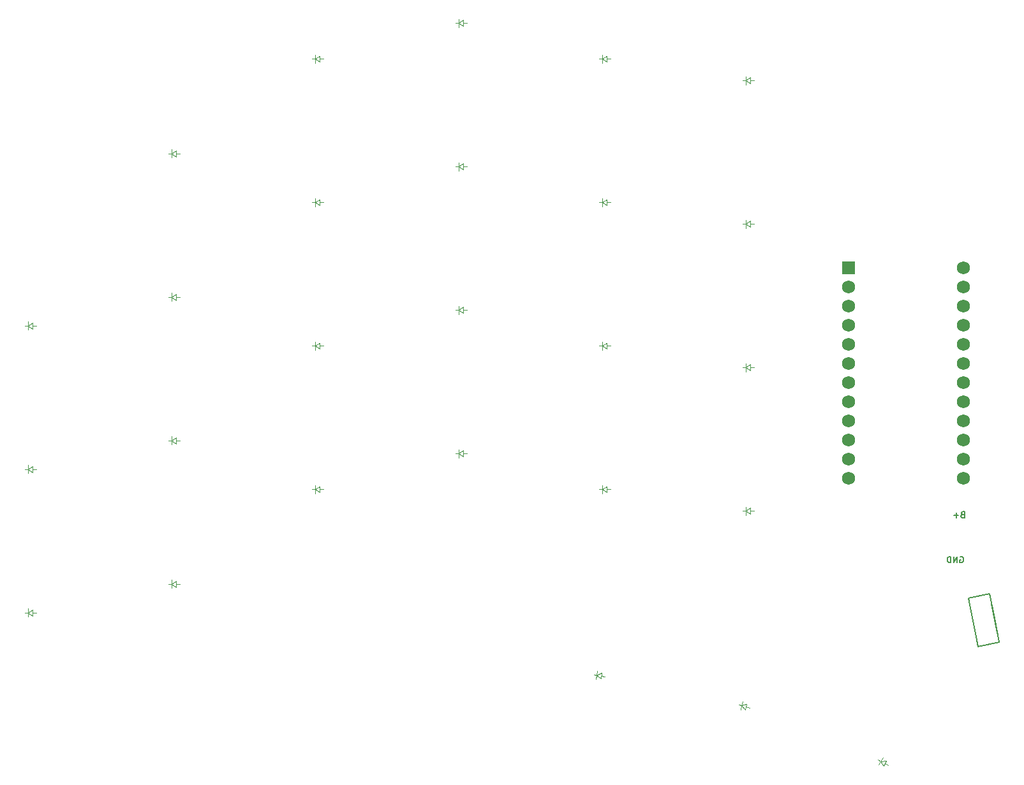
<source format=gbr>
%TF.GenerationSoftware,KiCad,Pcbnew,8.0.0*%
%TF.CreationDate,2024-03-07T20:20:43+01:00*%
%TF.ProjectId,splitty_boy_routed,73706c69-7474-4795-9f62-6f795f726f75,v1.0.0*%
%TF.SameCoordinates,Original*%
%TF.FileFunction,Legend,Bot*%
%TF.FilePolarity,Positive*%
%FSLAX46Y46*%
G04 Gerber Fmt 4.6, Leading zero omitted, Abs format (unit mm)*
G04 Created by KiCad (PCBNEW 8.0.0) date 2024-03-07 20:20:43*
%MOMM*%
%LPD*%
G01*
G04 APERTURE LIST*
%ADD10C,0.150000*%
%ADD11C,0.100000*%
%ADD12R,1.752600X1.752600*%
%ADD13C,1.752600*%
G04 APERTURE END LIST*
D10*
X272593042Y-155827445D02*
X272478756Y-155865540D01*
X272478756Y-155865540D02*
X272440661Y-155903636D01*
X272440661Y-155903636D02*
X272402565Y-155979826D01*
X272402565Y-155979826D02*
X272402565Y-156094112D01*
X272402565Y-156094112D02*
X272440661Y-156170302D01*
X272440661Y-156170302D02*
X272478756Y-156208398D01*
X272478756Y-156208398D02*
X272554946Y-156246493D01*
X272554946Y-156246493D02*
X272859708Y-156246493D01*
X272859708Y-156246493D02*
X272859708Y-155446493D01*
X272859708Y-155446493D02*
X272593042Y-155446493D01*
X272593042Y-155446493D02*
X272516851Y-155484588D01*
X272516851Y-155484588D02*
X272478756Y-155522683D01*
X272478756Y-155522683D02*
X272440661Y-155598874D01*
X272440661Y-155598874D02*
X272440661Y-155675064D01*
X272440661Y-155675064D02*
X272478756Y-155751255D01*
X272478756Y-155751255D02*
X272516851Y-155789350D01*
X272516851Y-155789350D02*
X272593042Y-155827445D01*
X272593042Y-155827445D02*
X272859708Y-155827445D01*
X272059708Y-155941731D02*
X271450185Y-155941731D01*
X271754946Y-156246493D02*
X271754946Y-155636969D01*
X272264466Y-161484586D02*
X272340656Y-161446491D01*
X272340656Y-161446491D02*
X272454942Y-161446491D01*
X272454942Y-161446491D02*
X272569228Y-161484586D01*
X272569228Y-161484586D02*
X272645418Y-161560776D01*
X272645418Y-161560776D02*
X272683513Y-161636967D01*
X272683513Y-161636967D02*
X272721609Y-161789348D01*
X272721609Y-161789348D02*
X272721609Y-161903634D01*
X272721609Y-161903634D02*
X272683513Y-162056015D01*
X272683513Y-162056015D02*
X272645418Y-162132205D01*
X272645418Y-162132205D02*
X272569228Y-162208396D01*
X272569228Y-162208396D02*
X272454942Y-162246491D01*
X272454942Y-162246491D02*
X272378751Y-162246491D01*
X272378751Y-162246491D02*
X272264466Y-162208396D01*
X272264466Y-162208396D02*
X272226370Y-162170300D01*
X272226370Y-162170300D02*
X272226370Y-161903634D01*
X272226370Y-161903634D02*
X272378751Y-161903634D01*
X271883513Y-162246491D02*
X271883513Y-161446491D01*
X271883513Y-161446491D02*
X271426370Y-162246491D01*
X271426370Y-162246491D02*
X271426370Y-161446491D01*
X271045418Y-162246491D02*
X271045418Y-161446491D01*
X271045418Y-161446491D02*
X270854942Y-161446491D01*
X270854942Y-161446491D02*
X270740656Y-161484586D01*
X270740656Y-161484586D02*
X270664466Y-161560776D01*
X270664466Y-161560776D02*
X270626371Y-161636967D01*
X270626371Y-161636967D02*
X270588275Y-161789348D01*
X270588275Y-161789348D02*
X270588275Y-161903634D01*
X270588275Y-161903634D02*
X270626371Y-162056015D01*
X270626371Y-162056015D02*
X270664466Y-162132205D01*
X270664466Y-162132205D02*
X270740656Y-162208396D01*
X270740656Y-162208396D02*
X270854942Y-162246491D01*
X270854942Y-162246491D02*
X271045418Y-162246491D01*
D11*
%TO.C,D1*%
X149154945Y-168884698D02*
X149654945Y-168884698D01*
X149154948Y-169284698D02*
X148554945Y-168884698D01*
X149154946Y-168484698D02*
X149154948Y-169284698D01*
X148554945Y-168884698D02*
X149154946Y-168484698D01*
X148554945Y-168884698D02*
X148554945Y-169434698D01*
X148554945Y-168884698D02*
X148554945Y-168334698D01*
X148154945Y-168884698D02*
X148554945Y-168884698D01*
%TO.C,D2*%
X149154950Y-149834703D02*
X149654950Y-149834703D01*
X149154953Y-150234703D02*
X148554950Y-149834703D01*
X149154951Y-149434703D02*
X149154953Y-150234703D01*
X148554950Y-149834703D02*
X149154951Y-149434703D01*
X148554950Y-149834703D02*
X148554950Y-150384703D01*
X148554950Y-149834703D02*
X148554950Y-149284703D01*
X148154950Y-149834703D02*
X148554950Y-149834703D01*
%TO.C,D3*%
X149154949Y-130784698D02*
X149654949Y-130784698D01*
X149154952Y-131184698D02*
X148554949Y-130784698D01*
X149154950Y-130384698D02*
X149154952Y-131184698D01*
X148554949Y-130784698D02*
X149154950Y-130384698D01*
X148554949Y-130784698D02*
X148554949Y-131334698D01*
X148554949Y-130784698D02*
X148554949Y-130234698D01*
X148154949Y-130784698D02*
X148554949Y-130784698D01*
%TO.C,D4*%
X168204943Y-165074700D02*
X168704943Y-165074700D01*
X168204946Y-165474700D02*
X167604943Y-165074700D01*
X168204944Y-164674700D02*
X168204946Y-165474700D01*
X167604943Y-165074700D02*
X168204944Y-164674700D01*
X167604943Y-165074700D02*
X167604943Y-165624700D01*
X167604943Y-165074700D02*
X167604943Y-164524700D01*
X167204943Y-165074700D02*
X167604943Y-165074700D01*
%TO.C,D5*%
X168204952Y-146024700D02*
X168704952Y-146024700D01*
X168204955Y-146424700D02*
X167604952Y-146024700D01*
X168204953Y-145624700D02*
X168204955Y-146424700D01*
X167604952Y-146024700D02*
X168204953Y-145624700D01*
X167604952Y-146024700D02*
X167604952Y-146574700D01*
X167604952Y-146024700D02*
X167604952Y-145474700D01*
X167204952Y-146024700D02*
X167604952Y-146024700D01*
%TO.C,D6*%
X168204943Y-126974700D02*
X168704943Y-126974700D01*
X168204946Y-127374700D02*
X167604943Y-126974700D01*
X168204944Y-126574700D02*
X168204946Y-127374700D01*
X167604943Y-126974700D02*
X168204944Y-126574700D01*
X167604943Y-126974700D02*
X167604943Y-127524700D01*
X167604943Y-126974700D02*
X167604943Y-126424700D01*
X167204943Y-126974700D02*
X167604943Y-126974700D01*
%TO.C,D7*%
X168204945Y-107924702D02*
X168704945Y-107924702D01*
X168204948Y-108324702D02*
X167604945Y-107924702D01*
X168204946Y-107524702D02*
X168204948Y-108324702D01*
X167604945Y-107924702D02*
X168204946Y-107524702D01*
X167604945Y-107924702D02*
X167604945Y-108474702D01*
X167604945Y-107924702D02*
X167604945Y-107374702D01*
X167204945Y-107924702D02*
X167604945Y-107924702D01*
%TO.C,D8*%
X187254946Y-152501699D02*
X187754946Y-152501699D01*
X187254949Y-152901699D02*
X186654946Y-152501699D01*
X187254947Y-152101699D02*
X187254949Y-152901699D01*
X186654946Y-152501699D02*
X187254947Y-152101699D01*
X186654946Y-152501699D02*
X186654946Y-153051699D01*
X186654946Y-152501699D02*
X186654946Y-151951699D01*
X186254946Y-152501699D02*
X186654946Y-152501699D01*
%TO.C,D9*%
X187254944Y-133451702D02*
X187754944Y-133451702D01*
X187254947Y-133851702D02*
X186654944Y-133451702D01*
X187254945Y-133051702D02*
X187254947Y-133851702D01*
X186654944Y-133451702D02*
X187254945Y-133051702D01*
X186654944Y-133451702D02*
X186654944Y-134001702D01*
X186654944Y-133451702D02*
X186654944Y-132901702D01*
X186254944Y-133451702D02*
X186654944Y-133451702D01*
%TO.C,D10*%
X187254950Y-114401706D02*
X187754950Y-114401706D01*
X187254953Y-114801706D02*
X186654950Y-114401706D01*
X187254951Y-114001706D02*
X187254953Y-114801706D01*
X186654950Y-114401706D02*
X187254951Y-114001706D01*
X186654950Y-114401706D02*
X186654950Y-114951706D01*
X186654950Y-114401706D02*
X186654950Y-113851706D01*
X186254950Y-114401706D02*
X186654950Y-114401706D01*
%TO.C,D11*%
X187254947Y-95351700D02*
X187754947Y-95351700D01*
X187254950Y-95751700D02*
X186654947Y-95351700D01*
X187254948Y-94951700D02*
X187254950Y-95751700D01*
X186654947Y-95351700D02*
X187254948Y-94951700D01*
X186654947Y-95351700D02*
X186654947Y-95901700D01*
X186654947Y-95351700D02*
X186654947Y-94801700D01*
X186254947Y-95351700D02*
X186654947Y-95351700D01*
%TO.C,D12*%
X206304951Y-147739198D02*
X206804951Y-147739198D01*
X206304954Y-148139198D02*
X205704951Y-147739198D01*
X206304952Y-147339198D02*
X206304954Y-148139198D01*
X205704951Y-147739198D02*
X206304952Y-147339198D01*
X205704951Y-147739198D02*
X205704951Y-148289198D01*
X205704951Y-147739198D02*
X205704951Y-147189198D01*
X205304951Y-147739198D02*
X205704951Y-147739198D01*
%TO.C,D13*%
X206304947Y-128689213D02*
X206804947Y-128689213D01*
X206304950Y-129089213D02*
X205704947Y-128689213D01*
X206304948Y-128289213D02*
X206304950Y-129089213D01*
X205704947Y-128689213D02*
X206304948Y-128289213D01*
X205704947Y-128689213D02*
X205704947Y-129239213D01*
X205704947Y-128689213D02*
X205704947Y-128139213D01*
X205304947Y-128689213D02*
X205704947Y-128689213D01*
%TO.C,D14*%
X206304948Y-109639201D02*
X206804948Y-109639201D01*
X206304951Y-110039201D02*
X205704948Y-109639201D01*
X206304949Y-109239201D02*
X206304951Y-110039201D01*
X205704948Y-109639201D02*
X206304949Y-109239201D01*
X205704948Y-109639201D02*
X205704948Y-110189201D01*
X205704948Y-109639201D02*
X205704948Y-109089201D01*
X205304948Y-109639201D02*
X205704948Y-109639201D01*
%TO.C,D15*%
X206304948Y-90589200D02*
X206804948Y-90589200D01*
X206304951Y-90989200D02*
X205704948Y-90589200D01*
X206304949Y-90189200D02*
X206304951Y-90989200D01*
X205704948Y-90589200D02*
X206304949Y-90189200D01*
X205704948Y-90589200D02*
X205704948Y-91139200D01*
X205704948Y-90589200D02*
X205704948Y-90039200D01*
X205304948Y-90589200D02*
X205704948Y-90589200D01*
%TO.C,D16*%
X225354950Y-152501696D02*
X225854950Y-152501696D01*
X225354953Y-152901696D02*
X224754950Y-152501696D01*
X225354951Y-152101696D02*
X225354953Y-152901696D01*
X224754950Y-152501696D02*
X225354951Y-152101696D01*
X224754950Y-152501696D02*
X224754950Y-153051696D01*
X224754950Y-152501696D02*
X224754950Y-151951696D01*
X224354950Y-152501696D02*
X224754950Y-152501696D01*
%TO.C,D17*%
X225354948Y-133451695D02*
X225854948Y-133451695D01*
X225354951Y-133851695D02*
X224754948Y-133451695D01*
X225354949Y-133051695D02*
X225354951Y-133851695D01*
X224754948Y-133451695D02*
X225354949Y-133051695D01*
X224754948Y-133451695D02*
X224754948Y-134001695D01*
X224754948Y-133451695D02*
X224754948Y-132901695D01*
X224354948Y-133451695D02*
X224754948Y-133451695D01*
%TO.C,D18*%
X225354942Y-114401696D02*
X225854942Y-114401696D01*
X225354945Y-114801696D02*
X224754942Y-114401696D01*
X225354943Y-114001696D02*
X225354945Y-114801696D01*
X224754942Y-114401696D02*
X225354943Y-114001696D01*
X224754942Y-114401696D02*
X224754942Y-114951696D01*
X224754942Y-114401696D02*
X224754942Y-113851696D01*
X224354942Y-114401696D02*
X224754942Y-114401696D01*
%TO.C,D19*%
X225354953Y-95351695D02*
X225854953Y-95351695D01*
X225354956Y-95751695D02*
X224754953Y-95351695D01*
X225354954Y-94951695D02*
X225354956Y-95751695D01*
X224754953Y-95351695D02*
X225354954Y-94951695D01*
X224754953Y-95351695D02*
X224754953Y-95901695D01*
X224754953Y-95351695D02*
X224754953Y-94801695D01*
X224354953Y-95351695D02*
X224754953Y-95351695D01*
%TO.C,D20*%
X244404944Y-155359199D02*
X244904944Y-155359199D01*
X244404947Y-155759199D02*
X243804944Y-155359199D01*
X244404945Y-154959199D02*
X244404947Y-155759199D01*
X243804944Y-155359199D02*
X244404945Y-154959199D01*
X243804944Y-155359199D02*
X243804944Y-155909199D01*
X243804944Y-155359199D02*
X243804944Y-154809199D01*
X243404944Y-155359199D02*
X243804944Y-155359199D01*
%TO.C,D21*%
X244404950Y-136309196D02*
X244904950Y-136309196D01*
X244404953Y-136709196D02*
X243804950Y-136309196D01*
X244404951Y-135909196D02*
X244404953Y-136709196D01*
X243804950Y-136309196D02*
X244404951Y-135909196D01*
X243804950Y-136309196D02*
X243804950Y-136859196D01*
X243804950Y-136309196D02*
X243804950Y-135759196D01*
X243404950Y-136309196D02*
X243804950Y-136309196D01*
%TO.C,D22*%
X244404947Y-117259201D02*
X244904947Y-117259201D01*
X244404950Y-117659201D02*
X243804947Y-117259201D01*
X244404948Y-116859201D02*
X244404950Y-117659201D01*
X243804947Y-117259201D02*
X244404948Y-116859201D01*
X243804947Y-117259201D02*
X243804947Y-117809201D01*
X243804947Y-117259201D02*
X243804947Y-116709201D01*
X243404947Y-117259201D02*
X243804947Y-117259201D01*
%TO.C,D23*%
X244404949Y-98209200D02*
X244904949Y-98209200D01*
X244404952Y-98609200D02*
X243804949Y-98209200D01*
X244404950Y-97809200D02*
X244404952Y-98609200D01*
X243804949Y-98209200D02*
X244404950Y-97809200D01*
X243804949Y-98209200D02*
X243804949Y-98759200D01*
X243804949Y-98209200D02*
X243804949Y-97659200D01*
X243404949Y-98209200D02*
X243804949Y-98209200D01*
%TO.C,D24*%
X224656651Y-177252835D02*
X225151785Y-177322422D01*
X224600985Y-177648943D02*
X224062490Y-177169331D01*
X224712320Y-176856728D02*
X224600985Y-177648943D01*
X224062490Y-177169331D02*
X224712320Y-176856728D01*
X224062490Y-177169331D02*
X223985945Y-177713979D01*
X224062490Y-177169331D02*
X224139035Y-176624684D01*
X223666383Y-177113662D02*
X224062490Y-177169331D01*
%TO.C,D25*%
X243855221Y-181369271D02*
X244335850Y-181507091D01*
X243744964Y-181753776D02*
X243278462Y-181203889D01*
X243965478Y-180984768D02*
X243744964Y-181753776D01*
X243278462Y-181203889D02*
X243965478Y-180984768D01*
X243278462Y-181203889D02*
X243126862Y-181732583D01*
X243278462Y-181203889D02*
X243430063Y-180675195D01*
X242893958Y-181093633D02*
X243278462Y-181203889D01*
%TO.C,D26*%
X262278834Y-188869272D02*
X262720308Y-189104007D01*
X262091045Y-189222449D02*
X261749065Y-188587588D01*
X262466626Y-188516093D02*
X262091045Y-189222449D01*
X261749065Y-188587588D02*
X262466626Y-188516093D01*
X261749065Y-188587588D02*
X261490856Y-189073209D01*
X261749065Y-188587588D02*
X262007275Y-188101967D01*
X261395886Y-188399799D02*
X261749065Y-188587588D01*
D10*
%TO.C,T1*%
X277216460Y-171494228D02*
X276438925Y-167672523D01*
X276827692Y-169583375D02*
X276169778Y-166349624D01*
X276169778Y-166349624D02*
X273376993Y-166917822D01*
X273376993Y-166917822D02*
X274692821Y-173385325D01*
X274692821Y-173385325D02*
X277485607Y-172817127D01*
X276827692Y-169583375D02*
X277485607Y-172817127D01*
%TD*%
D12*
%TO.C,MCU1*%
X257489948Y-123054200D03*
D13*
X257489946Y-125594198D03*
X257489946Y-128134200D03*
X257489946Y-130674200D03*
X257489946Y-133214200D03*
X257489946Y-135754200D03*
X257489946Y-138294200D03*
X257489946Y-140834200D03*
X257489946Y-143374200D03*
X257489946Y-145914200D03*
X257489946Y-148454201D03*
X257489947Y-150994200D03*
X272729945Y-123054200D03*
X272729946Y-125594199D03*
X272729946Y-128134200D03*
X272729946Y-130674200D03*
X272729946Y-133214200D03*
X272729946Y-135754200D03*
X272729946Y-138294200D03*
X272729946Y-140834200D03*
X272729946Y-143374200D03*
X272729946Y-145914200D03*
X272729946Y-148454202D03*
X272729944Y-150994200D03*
%TD*%
M02*

</source>
